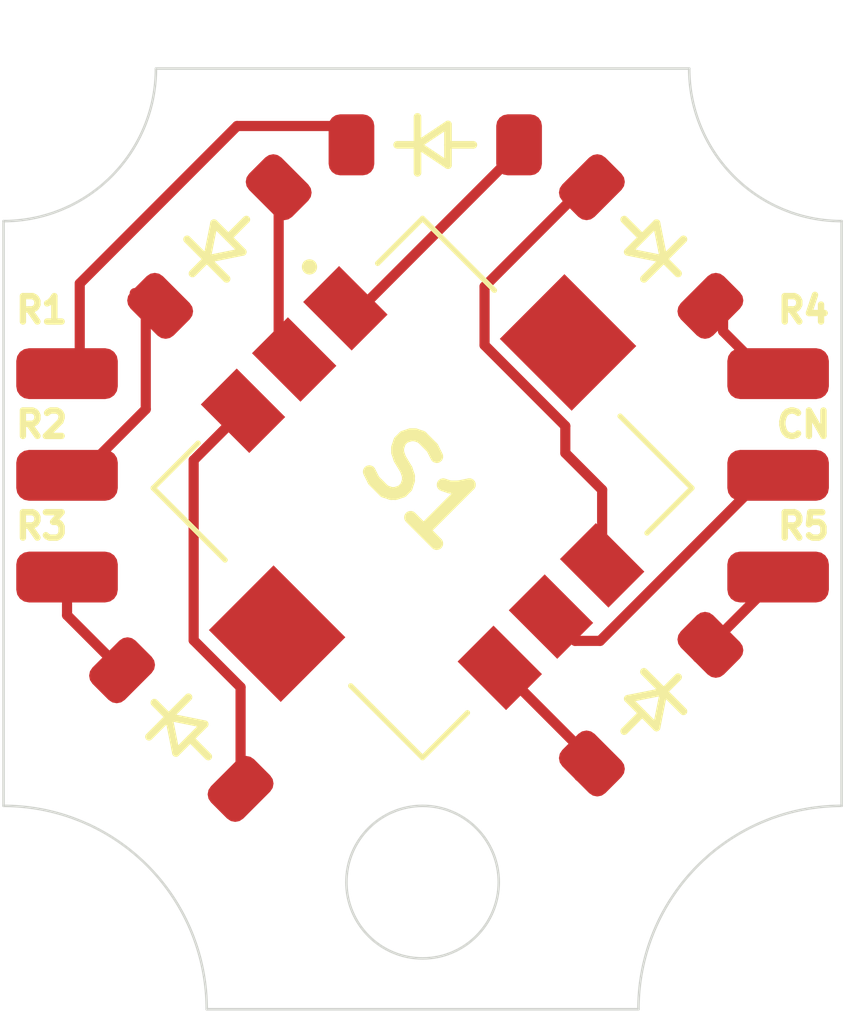
<source format=kicad_pcb>
(kicad_pcb (version 20240108) (generator "pcbnew") (generator_version "8.0")
  (layers (0 "F.Cu" signal) (31 "B.Cu" signal) (34 "B.Paste" user) (35 "F.Paste" user) (36 "B.SilkS" user "B.Silkscreen") (37 "F.SilkS" user "F.Silkscreen") (38 "B.Mask" user) (39 "F.Mask" user) (44 "Edge.Cuts" user))
  (net 0 "")
  (net 1 "Row 1")
  (net 2 "Net-(D1-A)")
  (net 3 "Net-(D2-A)")
  (net 4 "Row 2")
  (net 5 "Net-(D3-A)")
  (net 6 "Row 3")
  (net 7 "Net-(D4-A)")
  (net 8 "Row 4")
  (net 9 "Net-(D5-A)")
  (net 10 "Row 5")
  (net 13 "Col N")
  (footprint "Connector_Wire:SolderWirePad_1x01_SMD_1x2mm" (layer "F.Cu") (at 98.75 108 -90)
    (property "Reference" "CN" (at -1 -0.5 0) (layer "F.SilkS") (effects (font (size 0.5 0.5) (thickness 0.125))))
    (property "Value" "C")
    (pad "1" smd roundrect (at 0 0 270) (size 1 2) (layers "F.Cu" "F.Paste" "F.Mask") (net 13 "Col N"))
  )
  (footprint "ScottoKeebs_Components:Diode_SOD-123" (layer "F.Cu") (at 87 113 -45)
    (property "Reference" "D3" (hide yes))
    (property "Value" "D")
    (fp_line (start -0.75 0) (end -0.349999 0) (stroke (width 0.15)) (layer "F.SilkS"))
    (fp_line (start -0.349999 0) (end -0.35 0.55) (stroke (width 0.15)) (layer "F.SilkS"))
    (fp_line (start -0.349999 0) (end -0.35 -0.55) (stroke (width 0.15)) (layer "F.SilkS"))
    (fp_line (start -0.349999 0) (end 0.25 -0.4) (stroke (width 0.15)) (layer "F.SilkS"))
    (fp_line (start 0.25 0.4) (end -0.349999 0) (stroke (width 0.15)) (layer "F.SilkS"))
    (fp_line (start 0.25 0) (end 0.75 0) (stroke (width 0.15)) (layer "F.SilkS"))
    (fp_line (start 0.25 -0.4) (end 0.25 0.4) (stroke (width 0.15)) (layer "F.SilkS"))
    (pad "1" smd roundrect (at -1.65 0 315) (size 0.9 1.2) (layers "F.Cu" "F.Paste" "F.Mask") (net 6 "Row 3"))
    (pad "2" smd roundrect (at 1.65 0 315) (size 0.9 1.2) (layers "F.Cu" "F.Paste" "F.Mask") (net 5 "Net-(D3-A)"))
  )
  (footprint "ScottoKeebs_Components:Diode_SOD-123" (layer "F.Cu") (at 87.75 103.5 45)
    (property "Reference" "D2" (hide yes))
    (property "Value" "D")
    (fp_line (start -0.75 0) (end -0.349999 0) (stroke (width 0.15)) (layer "F.SilkS"))
    (fp_line (start -0.349999 0) (end -0.35 -0.55) (stroke (width 0.15)) (layer "F.SilkS"))
    (fp_line (start -0.349999 0) (end 0.25 -0.4) (stroke (width 0.15)) (layer "F.SilkS"))
    (fp_line (start -0.349999 0) (end -0.35 0.55) (stroke (width 0.15)) (layer "F.SilkS"))
    (fp_line (start 0.25 -0.4) (end 0.25 0.4) (stroke (width 0.15)) (layer "F.SilkS"))
    (fp_line (start 0.25 0) (end 0.75 0) (stroke (width 0.15)) (layer "F.SilkS"))
    (fp_line (start 0.25 0.4) (end -0.349999 0) (stroke (width 0.15)) (layer "F.SilkS"))
    (pad "1" smd roundrect (at -1.65 0 45) (size 0.9 1.2) (layers "F.Cu" "F.Paste" "F.Mask") (net 4 "Row 2"))
    (pad "2" smd roundrect (at 1.65 0 45) (size 0.9 1.2) (layers "F.Cu" "F.Paste" "F.Mask") (net 3 "Net-(D2-A)"))
  )
  (footprint "Connector_Wire:SolderWirePad_1x01_SMD_1x2mm" (layer "F.Cu") (at 98.75 110 -90)
    (property "Reference" "R5" (at -1 -0.5 0) (layer "F.SilkS") (effects (font (size 0.5 0.5) (thickness 0.125))))
    (property "Value" "R5")
    (pad "1" smd roundrect (at 0 0 270) (size 1 2) (layers "F.Cu" "F.Paste" "F.Mask") (net 10 "Row 5"))
  )
  (footprint "ScottoKeebs_Components:Diode_SOD-123" (layer "F.Cu") (at 92 101.5)
    (property "Reference" "D1" (hide yes))
    (property "Value" "D")
    (fp_line (start -0.75 0) (end -0.35 0) (stroke (width 0.15)) (layer "F.SilkS"))
    (fp_line (start -0.35 0) (end -0.35 -0.55) (stroke (width 0.15)) (layer "F.SilkS"))
    (fp_line (start -0.35 0) (end -0.35 0.55) (stroke (width 0.15)) (layer "F.SilkS"))
    (fp_line (start -0.35 0) (end 0.25 -0.4) (stroke (width 0.15)) (layer "F.SilkS"))
    (fp_line (start 0.25 -0.4) (end 0.25 0.4) (stroke (width 0.15)) (layer "F.SilkS"))
    (fp_line (start 0.25 0) (end 0.75 0) (stroke (width 0.15)) (layer "F.SilkS"))
    (fp_line (start 0.25 0.4) (end -0.35 0) (stroke (width 0.15)) (layer "F.SilkS"))
    (pad "1" smd roundrect (at -1.65 0) (size 0.9 1.2) (layers "F.Cu" "F.Paste" "F.Mask") (net 1 "Row 1"))
    (pad "2" smd roundrect (at 1.65 0) (size 0.9 1.2) (layers "F.Cu" "F.Paste" "F.Mask") (net 2 "Net-(D1-A)"))
  )
  (footprint "footprints:SKRHADE" (layer "F.Cu") (at 91.75 108.25 -45)
    (property "Reference" "S1" (at 0 0 135) (layer "F.SilkS") (effects (font (size 1.27 1.27) (thickness 0.254))))
    (property "Value" "SKRHADE010" (hide yes))
    (fp_line (start -3.75 3.75) (end -3.75 3.75) (stroke (width 0.1)) (layer "F.SilkS"))
    (fp_line (start -3.75 3.75) (end -3.75 3.75) (stroke (width 0.1)) (layer "F.SilkS"))
    (fp_line (start -3.75 3.75) (end -3.749999 2.5) (stroke (width 0.1)) (layer "F.SilkS"))
    (fp_line (start -3.75 3.75) (end -1.749999 3.75) (stroke (width 0.1)) (layer "F.SilkS"))
    (fp_line (start -3.749999 2.5) (end -3.75 3.75) (stroke (width 0.1)) (layer "F.SilkS"))
    (fp_line (start -3.749999 2.5) (end -3.749999 2.5) (stroke (width 0.1)) (layer "F.SilkS"))
    (fp_line (start -1.749999 3.75) (end -3.75 3.75) (stroke (width 0.1)) (layer "F.SilkS"))
    (fp_line (start -1.749999 3.75) (end -1.749999 3.75) (stroke (width 0.1)) (layer "F.SilkS"))
    (fp_line (start -4.7 -1.5) (end -4.7 -1.5) (stroke (width 0.2)) (layer "F.SilkS"))
    (fp_line (start -4.7 -1.5) (end -4.6 -1.5) (stroke (width 0.2)) (layer "F.SilkS"))
    (fp_line (start -4.6 -1.5) (end -4.6 -1.5) (stroke (width 0.2)) (layer "F.SilkS"))
    (fp_line (start 1.749999 3.75) (end 1.749999 3.75) (stroke (width 0.1)) (layer "F.SilkS"))
    (fp_line (start 1.749999 3.75) (end 3.75 3.75) (stroke (width 0.1)) (layer "F.SilkS"))
    (fp_line (start -3.749999 -2.5) (end -3.749999 -2.5) (stroke (width 0.1)) (layer "F.SilkS"))
    (fp_line (start -3.749999 -2.5) (end -3.75 -3.75) (stroke (width 0.1)) (layer "F.SilkS"))
    (fp_line (start -3.75 -3.75) (end -3.749999 -2.5) (stroke (width 0.1)) (layer "F.SilkS"))
    (fp_line (start -3.75 -3.75) (end -3.75 -3.75) (stroke (width 0.1)) (layer "F.SilkS"))
    (fp_line (start -3.75 -3.75) (end -3.75 -3.75) (stroke (width 0.1)) (layer "F.SilkS"))
    (fp_line (start -3.75 -3.75) (end -1.749999 -3.75) (stroke (width 0.1)) (layer "F.SilkS"))
    (fp_line (start 3.75 3.75) (end 1.749999 3.75) (stroke (width 0.1)) (layer "F.SilkS"))
    (fp_line (start 3.75 3.75) (end 3.75 3.75) (stroke (width 0.1)) (layer "F.SilkS"))
    (fp_line (start 3.75 3.75) (end 3.75 3.75) (stroke (width 0.1)) (layer "F.SilkS"))
    (fp_line (start 3.75 3.75) (end 3.749999 2.5) (stroke (width 0.1)) (layer "F.SilkS"))
    (fp_line (start 3.749999 2.5) (end 3.75 3.75) (stroke (width 0.1)) (layer "F.SilkS"))
    (fp_line (start 3.749999 2.5) (end 3.749999 2.5) (stroke (width 0.1)) (layer "F.SilkS"))
    (fp_line (start -1.749999 -3.75) (end -3.75 -3.75) (stroke (width 0.1)) (layer "F.SilkS"))
    (fp_line (start -1.749999 -3.75) (end -1.749999 -3.75) (stroke (width 0.1)) (layer "F.SilkS"))
    (fp_line (start 1.749999 -3.75) (end 1.749999 -3.75) (stroke (width 0.1)) (layer "F.SilkS"))
    (fp_line (start 1.749999 -3.75) (end 3.75 -3.75) (stroke (width 0.1)) (layer "F.SilkS"))
    (fp_line (start 3.749999 -2.5) (end 3.749999 -2.5) (stroke (width 0.1)) (layer "F.SilkS"))
    (fp_line (start 3.749999 -2.5) (end 3.75 -3.75) (stroke (width 0.1)) (layer "F.SilkS"))
    (fp_line (start 3.75 -3.75) (end 1.749999 -3.75) (stroke (width 0.1)) (layer "F.SilkS"))
    (fp_line (start 3.75 -3.75) (end 3.749999 -2.5) (stroke (width 0.1)) (layer "F.SilkS"))
    (fp_line (start 3.75 -3.75) (end 3.75 -3.75) (stroke (width 0.1)) (layer "F.SilkS"))
    (fp_line (start 3.75 -3.75) (end 3.75 -3.75) (stroke (width 0.1)) (layer "F.SilkS"))
    (fp_arc (start -4.7 -1.5) (mid -4.65 -1.550001) (end -4.6 -1.5) (stroke (width 0.2)) (layer "F.SilkS"))
    (fp_arc (start -4.6 -1.5) (mid -4.65 -1.45) (end -4.7 -1.5) (stroke (width 0.2)) (layer "F.SilkS"))
    (pad "" np_thru_hole circle (at 0 -1.9 315) (size 0.75 0.75) (drill 0.75) (layers "*.Cu" "*.Mask"))
    (pad "" np_thru_hole circle (at 0 1.9 315) (size 1.05 1.05) (drill 1.05) (layers "*.Cu" "*.Mask"))
    (pad "1" smd rect (at -3.575 -1.425 45) (size 1 1.35) (layers "F.Cu" "F.Paste" "F.Mask") (net 2 "Net-(D1-A)"))
    (pad "2" smd rect (at -3.575 0 45) (size 1 1.35) (layers "F.Cu" "F.Paste" "F.Mask") (net 3 "Net-(D2-A)"))
    (pad "3" smd rect (at -3.575 1.425 45) (size 1 1.35) (layers "F.Cu" "F.Paste" "F.Mask") (net 5 "Net-(D3-A)"))
    (pad "4" smd rect (at 3.575 -1.425 45) (size 1 1.35) (layers "F.Cu" "F.Paste" "F.Mask") (net 7 "Net-(D4-A)"))
    (pad "5" smd rect (at 3.575 0 45) (size 1 1.35) (layers "F.Cu" "F.Paste" "F.Mask") (net 13 "Col N"))
    (pad "6" smd rect (at 3.575 1.425 45) (size 1 1.35) (layers "F.Cu" "F.Paste" "F.Mask") (net 9 "Net-(D5-A)"))
    (pad "MP1" smd rect (at 0 -4.049999 45) (size 1.8 2) (layers "F.Cu" "F.Paste" "F.Mask"))
    (pad "MP2" smd rect (at 0 4.049999 45) (size 1.8 2) (layers "F.Cu" "F.Paste" "F.Mask"))
  )
  (footprint "Connector_Wire:SolderWirePad_1x01_SMD_1x2mm" (layer "F.Cu") (at 84.75 108 -90)
    (property "Reference" "R2" (at -1 0.5 180) (layer "F.SilkS") (effects (font (size 0.5 0.5) (thickness 0.125))))
    (property "Value" "R2")
    (pad "1" smd roundrect (at 0 0 270) (size 1 2) (layers "F.Cu" "F.Paste" "F.Mask") (net 4 "Row 2"))
  )
  (footprint "ScottoKeebs_Components:Diode_SOD-123" (layer "F.Cu") (at 96.25 112.5 -135)
    (property "Reference" "D5" (hide yes))
    (property "Value" "D")
    (fp_line (start 0.25 0.4) (end -0.349999 0) (stroke (width 0.15)) (layer "F.SilkS"))
    (fp_line (start 0.25 0) (end 0.75 0) (stroke (width 0.15)) (layer "F.SilkS"))
    (fp_line (start 0.25 -0.4) (end 0.25 0.4) (stroke (width 0.15)) (layer "F.SilkS"))
    (fp_line (start -0.349999 0) (end -0.35 0.55) (stroke (width 0.15)) (layer "F.SilkS"))
    (fp_line (start -0.349999 0) (end 0.25 -0.4) (stroke (width 0.15)) (layer "F.SilkS"))
    (fp_line (start -0.349999 0) (end -0.35 -0.55) (stroke (width 0.15)) (layer "F.SilkS"))
    (fp_line (start -0.75 0) (end -0.349999 0) (stroke (width 0.15)) (layer "F.SilkS"))
    (pad "1" smd roundrect (at -1.65 0 225) (size 0.9 1.2) (layers "F.Cu" "F.Paste" "F.Mask") (net 10 "Row 5"))
    (pad "2" smd roundrect (at 1.65 0 225) (size 0.9 1.2) (layers "F.Cu" "F.Paste" "F.Mask") (net 9 "Net-(D5-A)"))
  )
  (footprint "Connector_Wire:SolderWirePad_1x01_SMD_1x2mm" (layer "F.Cu") (at 84.75 110 -90)
    (property "Reference" "R3" (at -1 0.5 180) (layer "F.SilkS") (effects (font (size 0.5 0.5) (thickness 0.125))))
    (property "Value" "R2")
    (pad "1" smd roundrect (at 0 0 270) (size 1 2) (layers "F.Cu" "F.Paste" "F.Mask") (net 6 "Row 3"))
  )
  (footprint "ScottoKeebs_Components:Diode_SOD-123" (layer "F.Cu") (at 96.25 103.5 135)
    (property "Reference" "D4" (hide yes))
    (property "Value" "D")
    (fp_line (start 0.25 -0.4) (end 0.25 0.4) (stroke (width 0.15)) (layer "F.SilkS"))
    (fp_line (start 0.25 0) (end 0.75 0) (stroke (width 0.15)) (layer "F.SilkS"))
    (fp_line (start 0.25 0.4) (end -0.349999 0) (stroke (width 0.15)) (layer "F.SilkS"))
    (fp_line (start -0.349999 0) (end 0.25 -0.4) (stroke (width 0.15)) (layer "F.SilkS"))
    (fp_line (start -0.349999 0) (end -0.35 -0.55) (stroke (width 0.15)) (layer "F.SilkS"))
    (fp_line (start -0.349999 0) (end -0.35 0.55) (stroke (width 0.15)) (layer "F.SilkS"))
    (fp_line (start -0.75 0) (end -0.349999 0) (stroke (width 0.15)) (layer "F.SilkS"))
    (pad "1" smd roundrect (at -1.65 0 135) (size 0.9 1.2) (layers "F.Cu" "F.Paste" "F.Mask") (net 8 "Row 4"))
    (pad "2" smd roundrect (at 1.65 0 135) (size 0.9 1.2) (layers "F.Cu" "F.Paste" "F.Mask") (net 7 "Net-(D4-A)"))
  )
  (footprint "Connector_Wire:SolderWirePad_1x01_SMD_1x2mm" (layer "F.Cu") (at 98.75 106 -90)
    (property "Reference" "R4" (at -1.25 -0.5 0) (layer "F.SilkS") (effects (font (size 0.5 0.5) (thickness 0.125))))
    (property "Value" "R4")
    (pad "1" smd roundrect (at 0 0 270) (size 1 2) (layers "F.Cu" "F.Paste" "F.Mask") (net 8 "Row 4"))
  )
  (footprint "Connector_Wire:SolderWirePad_1x01_SMD_1x2mm" (layer "F.Cu") (at 84.75 106 -90)
    (property "Reference" "R1" (at -1.25 0.5 0) (layer "F.SilkS") (effects (font (size 0.5 0.5) (thickness 0.125))))
    (property "Value" "R1")
    (pad "1" smd roundrect (at 0 0 270) (size 1 2) (layers "F.Cu" "F.Paste" "F.Mask") (net 1 "Row 1"))
  )
  (gr_arc (start 83.5 114.5) (mid 86.328427 115.671573) (end 87.5 118.5) (stroke (width 0.05)) (layer "Edge.Cuts"))
  (gr_arc (start 100 103) (mid 97.87868 102.12132) (end 97 100) (stroke (width 0.05)) (layer "Edge.Cuts"))
  (gr_arc (start 86.5 100) (mid 85.62132 102.12132) (end 83.5 103) (stroke (width 0.05)) (layer "Edge.Cuts"))
  (gr_line (start 100 103) (end 100 114.5) (stroke (width 0.05)) (layer "Edge.Cuts"))
  (gr_line (start 86.5 100) (end 97 100) (stroke (width 0.05)) (layer "Edge.Cuts"))
  (gr_line (start 83.5 114.5) (end 83.5 103) (stroke (width 0.05)) (layer "Edge.Cuts"))
  (gr_circle (center 91.75 116) (end 93.25 116) (stroke (width 0.05)) (fill none) (layer "Edge.Cuts"))
  (gr_arc (start 96 118.5) (mid 97.171573 115.671573) (end 100 114.5) (stroke (width 0.05)) (layer "Edge.Cuts"))
  (gr_line (start 87.5 118.5) (end 96 118.5) (stroke (width 0.05)) (layer "Edge.Cuts"))
  (segment (start 90.35 101.5) (end 89.979602 101.129602) (width 0.2) (layer "F.Cu") (net 1))
  (segment (start 89.979602 101.129602) (end 88.097604 101.129602) (width 0.2) (layer "F.Cu") (net 1))
  (segment (start 85 104.227206) (end 85 106) (width 0.2) (layer "F.Cu") (net 1))
  (segment (start 88.097604 101.129602) (end 85 104.227206) (width 0.2) (layer "F.Cu") (net 1))
  (segment (start 93.65 101.6) (end 93.65 101.5) (width 0.2) (layer "F.Cu") (net 2))
  (segment (start 90.22972 104.714466) (end 90.535534 104.714466) (width 0.2) (layer "F.Cu") (net 2))
  (segment (start 90.535534 104.714466) (end 93.65 101.6) (width 0.2) (layer "F.Cu") (net 2))
  (segment (start 88.916726 105.416726) (end 88.916726 102.333274) (width 0.2) (layer "F.Cu") (net 3))
  (segment (start 89.222093 105.722093) (end 88.916726 105.416726) (width 0.2) (layer "F.Cu") (net 3))
  (segment (start 86.3 104.633452) (end 86.3 106.7) (width 0.2) (layer "F.Cu") (net 4))
  (segment (start 86.083274 104.416726) (end 86.3 104.633452) (width 0.2) (layer "F.Cu") (net 4))
  (segment (start 86.3 106.7) (end 85 108) (width 0.2) (layer "F.Cu") (net 4))
  (segment (start 88.214466 106.72972) (end 87.242715 107.701471) (width 0.2) (layer "F.Cu") (net 5))
  (segment (start 87.242715 111.242715) (end 88.166726 112.166726) (width 0.2) (layer "F.Cu") (net 5))
  (segment (start 88.166726 112.166726) (end 88.166726 114.166726) (width 0.2) (layer "F.Cu") (net 5))
  (segment (start 87.242715 107.701471) (end 87.242715 111.242715) (width 0.2) (layer "F.Cu") (net 5))
  (segment (start 85.833274 111.833274) (end 84.75 110.75) (width 0.2) (layer "F.Cu") (net 6))
  (segment (start 84.75 110.25) (end 85 110) (width 0.2) (layer "F.Cu") (net 6))
  (segment (start 84.75 110.75) (end 84.75 110.25) (width 0.2) (layer "F.Cu") (net 6))
  (segment (start 94.560229 107.560229) (end 94.560229 107.029721) (width 0.2) (layer "F.Cu") (net 7))
  (segment (start 92.970279 105.439771) (end 92.970279 104.287006) (width 0.2) (layer "F.Cu") (net 7))
  (segment (start 94.560229 107.029721) (end 92.970279 105.439771) (width 0.2) (layer "F.Cu") (net 7))
  (segment (start 95.285534 108.285534) (end 94.560229 107.560229) (width 0.2) (layer "F.Cu") (net 7))
  (segment (start 92.970279 104.287006) (end 94.924011 102.333274) (width 0.2) (layer "F.Cu") (net 7))
  (segment (start 94.924011 102.333274) (end 95.083274 102.333274) (width 0.2) (layer "F.Cu") (net 7))
  (segment (start 95.285534 109.77028) (end 95.285534 108.285534) (width 0.2) (layer "F.Cu") (net 7))
  (segment (start 97.666726 105.166726) (end 98.5 106) (width 0.2) (layer "F.Cu") (net 8))
  (segment (start 97.666726 104.416726) (end 97.666726 105.166726) (width 0.2) (layer "F.Cu") (net 8))
  (segment (start 94.85 113.9) (end 94.85 113.5) (width 0.2) (layer "F.Cu") (net 9))
  (segment (start 94.833274 113.916726) (end 94.85 113.9) (width 0.2) (layer "F.Cu") (net 9))
  (segment (start 94.833274 113.348528) (end 94.833274 113.916726) (width 0.2) (layer "F.Cu") (net 9))
  (segment (start 93.27028 111.785534) (end 94.833274 113.348528) (width 0.2) (layer "F.Cu") (net 9))
  (segment (start 98.15 110.35) (end 98.5 110) (width 0.2) (layer "F.Cu") (net 10))
  (segment (start 97.166726 111.583274) (end 98.75 110) (width 0.2) (layer "F.Cu") (net 10))
  (segment (start 94.277907 110.777907) (end 94.755204 111.255204) (width 0.2) (layer "F.Cu") (net 13))
  (segment (start 94.755204 111.255204) (end 95.244796 111.255204) (width 0.2) (layer "F.Cu") (net 13))
  (segment (start 95.244796 111.255204) (end 98.5 108) (width 0.2) (layer "F.Cu") (net 13))
)
</source>
